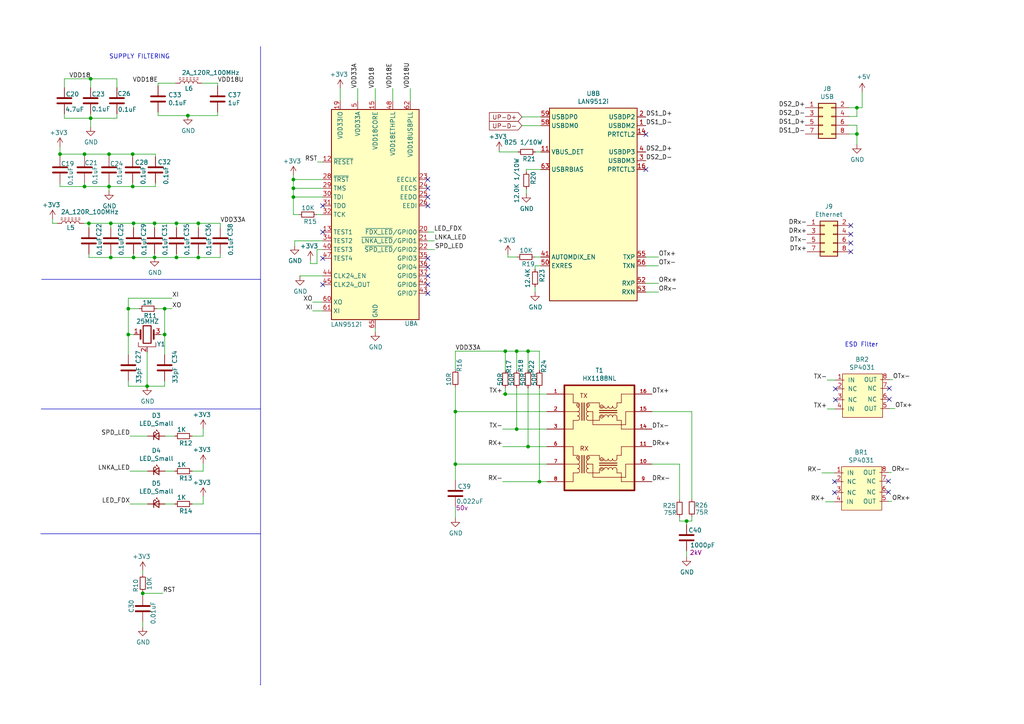
<source format=kicad_sch>
(kicad_sch (version 20230121) (generator eeschema)
  (paper "A4")
  (junction (at 44.831 74.676))
  (junction (at 85.09 54.61))
  (junction (at 24.511 54.102))
  (junction (at 26.289 34.29))
  (junction (at 47.752 89.535))
  (junction (at 38.481 44.704))
  (junction (at 17.399 44.704))
  (junction (at 47.752 97.028))
  (junction (at 132.08 134.62))
  (junction (at 153.162 129.54))
  (junction (at 31.623 54.102))
  (junction (at 37.211 89.535))
  (junction (at 38.481 54.102))
  (junction (at 199.136 151.13))
  (junction (at 32.131 74.676))
  (junction (at 85.09 57.15))
  (junction (at 54.483 33.528))
  (junction (at 51.181 64.77))
  (junction (at 31.623 44.704))
  (junction (at 146.558 114.3))
  (junction (at 57.531 74.676))
  (junction (at 25.781 64.77))
  (junction (at 149.86 101.854))
  (junction (at 248.539 38.862))
  (junction (at 146.558 101.854))
  (junction (at 51.181 74.676))
  (junction (at 44.831 64.77))
  (junction (at 41.402 172.085))
  (junction (at 156.464 139.7))
  (junction (at 38.735 64.77))
  (junction (at 153.162 101.854))
  (junction (at 24.511 44.704))
  (junction (at 132.08 119.38))
  (junction (at 42.672 112.014))
  (junction (at 85.09 52.07))
  (junction (at 149.86 124.46))
  (junction (at 38.735 74.676))
  (junction (at 57.531 64.77))
  (junction (at 37.211 97.028))
  (junction (at 248.539 31.242))
  (junction (at 26.289 22.86))
  (junction (at 32.131 64.77))
  (no_connect (at 257.937 115.824))
  (no_connect (at 93.599 74.93))
  (no_connect (at 124.079 82.55))
  (no_connect (at 246.761 70.485))
  (no_connect (at 124.079 52.07))
  (no_connect (at 242.062 142.875))
  (no_connect (at 93.599 59.69))
  (no_connect (at 124.079 77.47))
  (no_connect (at 257.683 142.748))
  (no_connect (at 93.599 82.55))
  (no_connect (at 124.079 74.93))
  (no_connect (at 124.079 59.69))
  (no_connect (at 187.325 49.149))
  (no_connect (at 124.079 80.01))
  (no_connect (at 257.937 112.649))
  (no_connect (at 242.062 139.7))
  (no_connect (at 242.316 115.951))
  (no_connect (at 187.325 38.989))
  (no_connect (at 246.761 65.405))
  (no_connect (at 124.079 54.61))
  (no_connect (at 246.761 73.025))
  (no_connect (at 242.316 112.776))
  (no_connect (at 124.079 57.15))
  (no_connect (at 246.761 67.945))
  (no_connect (at 124.079 85.09))
  (no_connect (at 257.683 139.573))
  (no_connect (at 93.599 67.31))
  (wire (pts (xy 45.847 24.13) (xy 45.847 24.892)))
  (wire (pts (xy 38.735 66.04) (xy 38.735 64.77)))
  (wire (pts (xy 156.845 74.549) (xy 155.067 74.549)))
  (wire (pts (xy 31.623 55.372) (xy 31.623 54.102)))
  (wire (pts (xy 103.759 25.654) (xy 103.759 29.21)))
  (wire (pts (xy 50.673 136.652) (xy 47.879 136.652)))
  (wire (pts (xy 63.881 74.676) (xy 63.881 73.66)))
  (wire (pts (xy 191.008 74.549) (xy 187.325 74.549)))
  (wire (pts (xy 90.043 76.454) (xy 91.948 76.454)))
  (wire (pts (xy 146.558 112.522) (xy 146.558 114.3)))
  (wire (pts (xy 155.194 77.089) (xy 155.194 78.105)))
  (wire (pts (xy 248.539 36.322) (xy 246.253 36.322)))
  (wire (pts (xy 239.903 110.236) (xy 242.316 110.236)))
  (wire (pts (xy 47.244 172.085) (xy 41.402 172.085)))
  (wire (pts (xy 54.483 33.528) (xy 63.119 33.528)))
  (wire (pts (xy 248.539 38.862) (xy 248.539 36.322)))
  (wire (pts (xy 51.181 74.676) (xy 57.531 74.676)))
  (wire (pts (xy 18.669 22.86) (xy 26.289 22.86)))
  (wire (pts (xy 50.673 146.177) (xy 47.879 146.177)))
  (wire (pts (xy 32.131 74.676) (xy 38.735 74.676)))
  (wire (pts (xy 149.987 74.549) (xy 147.32 74.549)))
  (wire (pts (xy 58.928 134.493) (xy 58.928 136.652)))
  (wire (pts (xy 51.181 64.77) (xy 57.531 64.77)))
  (wire (pts (xy 239.395 145.542) (xy 241.935 145.542)))
  (wire (pts (xy 15.24 63.5) (xy 15.24 64.77)))
  (wire (pts (xy 149.86 107.442) (xy 149.86 101.854)))
  (wire (pts (xy 47.752 97.028) (xy 47.752 89.535)))
  (wire (pts (xy 38.735 74.676) (xy 44.831 74.676)))
  (wire (pts (xy 200.66 119.38) (xy 200.66 144.78)))
  (wire (pts (xy 31.623 44.704) (xy 31.623 45.466)))
  (wire (pts (xy 32.131 73.66) (xy 32.131 74.676)))
  (wire (pts (xy 246.253 33.782) (xy 248.539 33.782)))
  (wire (pts (xy 145.796 114.3) (xy 146.558 114.3)))
  (wire (pts (xy 63.881 64.77) (xy 63.881 66.04)))
  (wire (pts (xy 113.919 29.21) (xy 113.919 25.654)))
  (wire (pts (xy 145.796 139.7) (xy 156.464 139.7)))
  (wire (pts (xy 91.821 62.23) (xy 93.599 62.23)))
  (wire (pts (xy 38.735 73.66) (xy 38.735 74.676)))
  (wire (pts (xy 37.211 86.487) (xy 37.211 89.535)))
  (wire (pts (xy 26.289 22.86) (xy 33.909 22.86)))
  (wire (pts (xy 41.402 165.481) (xy 41.402 166.624)))
  (wire (pts (xy 92.075 46.99) (xy 93.599 46.99)))
  (wire (pts (xy 156.845 44.069) (xy 155.321 44.069)))
  (wire (pts (xy 118.999 29.21) (xy 118.999 25.654)))
  (wire (pts (xy 153.162 101.854) (xy 156.464 101.854)))
  (wire (pts (xy 155.194 84.709) (xy 155.194 83.185)))
  (wire (pts (xy 57.531 66.04) (xy 57.531 64.77)))
  (wire (pts (xy 44.831 73.66) (xy 44.831 74.676)))
  (wire (pts (xy 37.211 112.014) (xy 37.211 110.49)))
  (wire (pts (xy 44.831 74.676) (xy 51.181 74.676)))
  (wire (pts (xy 85.09 57.15) (xy 85.09 54.61)))
  (wire (pts (xy 93.599 87.63) (xy 90.678 87.63)))
  (wire (pts (xy 200.66 151.13) (xy 200.66 149.86)))
  (wire (pts (xy 26.289 34.29) (xy 26.289 33.02)))
  (wire (pts (xy 153.162 107.442) (xy 153.162 101.854)))
  (wire (pts (xy 17.399 54.102) (xy 24.511 54.102)))
  (wire (pts (xy 31.623 44.704) (xy 38.481 44.704)))
  (wire (pts (xy 125.857 67.31) (xy 124.079 67.31)))
  (wire (pts (xy 38.481 44.704) (xy 45.085 44.704)))
  (wire (pts (xy 191.008 77.089) (xy 187.325 77.089)))
  (wire (pts (xy 24.511 45.466) (xy 24.511 44.704)))
  (wire (pts (xy 44.831 64.77) (xy 51.181 64.77)))
  (wire (pts (xy 33.909 34.29) (xy 33.909 33.02)))
  (wire (pts (xy 31.623 54.102) (xy 38.481 54.102)))
  (wire (pts (xy 124.079 69.85) (xy 125.984 69.85)))
  (wire (pts (xy 18.669 33.02) (xy 18.669 34.29)))
  (wire (pts (xy 146.558 114.3) (xy 158.623 114.3)))
  (wire (pts (xy 63.119 24.13) (xy 63.119 24.892)))
  (wire (pts (xy 58.928 124.333) (xy 58.928 126.492)))
  (wire (pts (xy 42.799 146.177) (xy 37.719 146.177)))
  (wire (pts (xy 45.085 54.102) (xy 45.085 53.086)))
  (wire (pts (xy 57.531 73.66) (xy 57.531 74.676)))
  (wire (pts (xy 108.839 29.21) (xy 108.839 25.654)))
  (wire (pts (xy 31.623 53.086) (xy 31.623 54.102)))
  (wire (pts (xy 18.669 25.4) (xy 18.669 22.86)))
  (wire (pts (xy 93.599 90.17) (xy 90.678 90.17)))
  (wire (pts (xy 41.402 171.704) (xy 41.402 172.085)))
  (wire (pts (xy 152.654 49.149) (xy 156.845 49.149)))
  (wire (pts (xy 199.136 151.13) (xy 197.104 151.13)))
  (wire (pts (xy 58.928 126.492) (xy 55.753 126.492)))
  (wire (pts (xy 199.136 151.13) (xy 200.66 151.13)))
  (polyline (pts (xy 75.565 118.618) (xy 11.938 118.618)))
  (wire (pts (xy 158.623 124.46) (xy 149.86 124.46)))
  (wire (pts (xy 90.043 75.438) (xy 90.043 76.454)))
  (wire (pts (xy 32.131 64.77) (xy 38.735 64.77)))
  (wire (pts (xy 26.289 34.29) (xy 33.909 34.29)))
  (wire (pts (xy 93.599 69.85) (xy 85.471 69.85)))
  (wire (pts (xy 147.32 74.549) (xy 147.32 73.787)))
  (wire (pts (xy 25.781 74.676) (xy 25.781 73.66)))
  (wire (pts (xy 191.008 84.709) (xy 187.325 84.709)))
  (wire (pts (xy 42.672 102.108) (xy 42.672 112.014)))
  (wire (pts (xy 85.471 69.85) (xy 85.471 71.247)))
  (wire (pts (xy 250.063 31.242) (xy 248.539 31.242)))
  (wire (pts (xy 132.08 119.38) (xy 132.08 134.62)))
  (wire (pts (xy 98.679 29.21) (xy 98.679 25.654)))
  (wire (pts (xy 47.752 89.535) (xy 49.911 89.535)))
  (wire (pts (xy 57.531 64.77) (xy 63.881 64.77)))
  (wire (pts (xy 42.672 112.014) (xy 37.211 112.014)))
  (wire (pts (xy 38.481 54.102) (xy 45.085 54.102)))
  (wire (pts (xy 156.464 139.7) (xy 158.623 139.7)))
  (wire (pts (xy 85.09 62.23) (xy 85.09 57.15)))
  (wire (pts (xy 58.928 144.018) (xy 58.928 146.177)))
  (wire (pts (xy 152.654 49.784) (xy 152.654 49.149)))
  (wire (pts (xy 86.741 62.23) (xy 85.09 62.23)))
  (polyline (pts (xy 75.565 198.628) (xy 75.438 198.628)))
  (wire (pts (xy 18.669 34.29) (xy 26.289 34.29)))
  (wire (pts (xy 197.104 151.13) (xy 197.104 149.987)))
  (wire (pts (xy 144.78 43.688) (xy 144.78 44.069)))
  (wire (pts (xy 24.511 54.102) (xy 31.623 54.102)))
  (wire (pts (xy 51.181 73.66) (xy 51.181 74.676)))
  (wire (pts (xy 41.402 172.085) (xy 41.402 172.72)))
  (wire (pts (xy 149.86 124.46) (xy 145.796 124.46)))
  (wire (pts (xy 199.136 161.544) (xy 199.136 159.766)))
  (wire (pts (xy 26.289 25.4) (xy 26.289 22.86)))
  (wire (pts (xy 257.937 110.109) (xy 258.953 110.109)))
  (wire (pts (xy 93.599 57.15) (xy 85.09 57.15)))
  (wire (pts (xy 63.119 33.528) (xy 63.119 32.512)))
  (wire (pts (xy 145.796 129.54) (xy 153.162 129.54)))
  (wire (pts (xy 153.162 129.54) (xy 158.623 129.54)))
  (wire (pts (xy 25.781 74.676) (xy 32.131 74.676)))
  (polyline (pts (xy 75.565 154.813) (xy 11.811 154.813)))
  (wire (pts (xy 57.531 74.676) (xy 63.881 74.676)))
  (wire (pts (xy 38.735 64.77) (xy 44.831 64.77)))
  (wire (pts (xy 50.673 126.492) (xy 47.879 126.492)))
  (wire (pts (xy 197.104 144.907) (xy 197.104 134.62)))
  (wire (pts (xy 24.257 64.77) (xy 25.781 64.77)))
  (wire (pts (xy 239.903 118.618) (xy 242.189 118.618)))
  (wire (pts (xy 238.379 137.16) (xy 242.062 137.16)))
  (wire (pts (xy 24.511 53.086) (xy 24.511 54.102)))
  (wire (pts (xy 25.781 64.77) (xy 32.131 64.77)))
  (wire (pts (xy 149.86 101.854) (xy 153.162 101.854)))
  (wire (pts (xy 33.909 22.86) (xy 33.909 25.4)))
  (polyline (pts (xy 75.565 81.026) (xy 12.065 81.026)))
  (wire (pts (xy 45.847 32.512) (xy 45.847 33.528)))
  (wire (pts (xy 146.558 107.442) (xy 146.558 101.854)))
  (wire (pts (xy 132.08 112.268) (xy 132.08 119.38)))
  (wire (pts (xy 17.399 44.704) (xy 24.511 44.704)))
  (wire (pts (xy 151.384 36.449) (xy 156.845 36.449)))
  (wire (pts (xy 32.131 66.04) (xy 32.131 64.77)))
  (wire (pts (xy 124.079 72.39) (xy 126.111 72.39)))
  (wire (pts (xy 15.24 64.77) (xy 16.637 64.77)))
  (wire (pts (xy 199.136 152.146) (xy 199.136 151.13)))
  (wire (pts (xy 38.481 53.086) (xy 38.481 54.102)))
  (wire (pts (xy 42.799 136.652) (xy 37.719 136.652)))
  (wire (pts (xy 93.599 80.01) (xy 86.995 80.01)))
  (polyline (pts (xy 75.565 13.462) (xy 75.565 118.618)))
  (wire (pts (xy 47.752 97.028) (xy 47.752 102.87)))
  (wire (pts (xy 156.464 101.854) (xy 156.464 107.442)))
  (wire (pts (xy 156.845 77.089) (xy 155.194 77.089)))
  (wire (pts (xy 38.862 97.028) (xy 37.211 97.028)))
  (wire (pts (xy 132.08 107.188) (xy 132.08 101.854)))
  (wire (pts (xy 146.558 101.854) (xy 149.86 101.854)))
  (wire (pts (xy 40.386 89.535) (xy 37.211 89.535)))
  (wire (pts (xy 47.752 112.014) (xy 42.672 112.014)))
  (wire (pts (xy 58.928 136.652) (xy 55.753 136.652)))
  (wire (pts (xy 257.937 118.491) (xy 259.588 118.491)))
  (wire (pts (xy 58.547 24.13) (xy 63.119 24.13)))
  (wire (pts (xy 257.683 137.033) (xy 258.572 137.033)))
  (wire (pts (xy 85.09 52.07) (xy 93.599 52.07)))
  (wire (pts (xy 152.654 56.134) (xy 152.654 54.864)))
  (wire (pts (xy 158.623 134.62) (xy 132.08 134.62)))
  (wire (pts (xy 37.211 97.028) (xy 37.211 102.87)))
  (wire (pts (xy 51.181 66.04) (xy 51.181 64.77)))
  (wire (pts (xy 85.09 52.07) (xy 85.09 50.8)))
  (wire (pts (xy 93.599 54.61) (xy 85.09 54.61)))
  (wire (pts (xy 257.683 145.415) (xy 258.699 145.415)))
  (wire (pts (xy 197.104 134.62) (xy 189.103 134.62)))
  (wire (pts (xy 24.511 44.704) (xy 31.623 44.704)))
  (wire (pts (xy 132.08 134.62) (xy 132.08 139.319)))
  (wire (pts (xy 26.289 36.83) (xy 26.289 34.29)))
  (wire (pts (xy 158.623 119.38) (xy 132.08 119.38)))
  (wire (pts (xy 85.09 54.61) (xy 85.09 52.07)))
  (wire (pts (xy 91.948 72.39) (xy 93.599 72.39)))
  (wire (pts (xy 17.399 53.086) (xy 17.399 54.102)))
  (wire (pts (xy 189.103 119.38) (xy 200.66 119.38)))
  (wire (pts (xy 45.847 33.528) (xy 54.483 33.528)))
  (wire (pts (xy 50.927 24.13) (xy 45.847 24.13)))
  (wire (pts (xy 191.008 82.169) (xy 187.325 82.169)))
  (wire (pts (xy 25.781 64.77) (xy 25.781 66.04)))
  (wire (pts (xy 248.539 38.862) (xy 246.253 38.862)))
  (wire (pts (xy 132.08 101.854) (xy 146.558 101.854)))
  (wire (pts (xy 86.995 80.01) (xy 86.995 80.137)))
  (wire (pts (xy 42.799 126.492) (xy 37.719 126.492)))
  (wire (pts (xy 151.384 33.909) (xy 156.845 33.909)))
  (wire (pts (xy 149.86 112.522) (xy 149.86 124.46)))
  (wire (pts (xy 250.063 26.67) (xy 250.063 31.242)))
  (wire (pts (xy 17.399 44.704) (xy 17.399 45.466)))
  (wire (pts (xy 248.539 33.782) (xy 248.539 31.242)))
  (wire (pts (xy 37.211 89.535) (xy 37.211 97.028)))
  (wire (pts (xy 45.085 44.704) (xy 45.085 45.466)))
  (wire (pts (xy 144.78 44.069) (xy 150.241 44.069)))
  (wire (pts (xy 45.466 89.535) (xy 47.752 89.535)))
  (wire (pts (xy 44.831 66.04) (xy 44.831 64.77)))
  (wire (pts (xy 17.399 42.545) (xy 17.399 44.704)))
  (wire (pts (xy 153.162 112.522) (xy 153.162 129.54)))
  (wire (pts (xy 46.482 97.028) (xy 47.752 97.028)))
  (wire (pts (xy 38.481 45.466) (xy 38.481 44.704)))
  (wire (pts (xy 132.08 150.241) (xy 132.08 146.939)))
  (wire (pts (xy 108.839 95.25) (xy 108.839 96.266)))
  (wire (pts (xy 91.948 76.454) (xy 91.948 72.39)))
  (wire (pts (xy 156.464 112.522) (xy 156.464 139.7)))
  (wire (pts (xy 47.752 110.49) (xy 47.752 112.014)))
  (wire (pts (xy 248.539 41.91) (xy 248.539 38.862)))
  (polyline (pts (xy 75.565 118.745) (xy 75.565 198.628)))
  (wire (pts (xy 248.539 31.242) (xy 246.253 31.242)))
  (wire (pts (xy 37.211 86.487) (xy 49.911 86.487)))
  (wire (pts (xy 41.402 180.34) (xy 41.402 181.864)))
  (wire (pts (xy 58.928 146.177) (xy 55.753 146.177)))
  (text "ESD Filter \n" (at 244.983 100.838 0) (effects (font (size 1.27 1.27)) (justify left bottom)))
  (text "SUPPLY FILTERING" (at 31.623 17.272 0) (effects (font (size 1.27 1.27)) (justify left bottom)))
  (label "XI" (at 90.678 90.17 180))
  (label "RX+" (at 239.395 145.542 180))
  (label "VDD18E" (at 45.847 24.13 180))
  (label "RST" (at 92.075 46.99 180))
  (label "LED_FDX" (at 37.719 146.177 180))
  (label "VDD33A" (at 63.881 64.77 0))
  (label "DTx+" (at 234.061 73.025 180))
  (label "OTx-" (at 191.008 77.089 0))
  (label "TX+" (at 145.796 114.3 180))
  (label "DS1_D+" (at 233.553 36.322 180))
  (label "VDD18E" (at 113.919 25.654 90))
  (label "XO" (at 90.678 87.63 180))
  (label "DRx+" (at 234.061 67.945 180))
  (label "VDD18" (at 108.839 25.654 90))
  (label "ORx-" (at 258.572 137.033 0))
  (label "TX-" (at 145.796 124.46 180))
  (label "XI" (at 49.911 86.487 0))
  (label "SPD_LED" (at 126.111 72.39 0))
  (label "OTx+" (at 259.588 118.491 0))
  (label "DTx-" (at 189.103 124.46 0))
  (label "VDD18U" (at 63.119 24.13 0))
  (label "DS1_D+" (at 187.325 33.909 0))
  (label "XO" (at 49.911 89.535 0))
  (label "ORx-" (at 191.008 84.709 0))
  (label "VDD18" (at 26.289 22.86 180))
  (label "VDD33A" (at 103.759 25.654 90))
  (label "DS1_D-" (at 187.325 36.449 0))
  (label "ORx+" (at 191.008 82.169 0))
  (label "RST" (at 47.244 172.085 0))
  (label "DRx-" (at 234.061 65.405 180))
  (label "DRx-" (at 189.103 139.7 0))
  (label "SPD_LED" (at 37.719 126.492 180))
  (label "DTx+" (at 189.103 114.3 0))
  (label "RX-" (at 145.796 139.7 180))
  (label "DTx-" (at 234.061 70.485 180))
  (label "RX-" (at 238.379 137.16 180))
  (label "DS2_D+" (at 187.325 44.069 0))
  (label "TX+" (at 239.903 118.618 180))
  (label "VDD18U" (at 118.999 25.654 90))
  (label "ORx+" (at 258.699 145.415 0))
  (label "DRx+" (at 189.103 129.54 0))
  (label "RX+" (at 145.796 129.54 180))
  (label "VDD33A" (at 132.08 101.854 0))
  (label "OTx+" (at 191.008 74.549 0))
  (label "DS2_D-" (at 187.325 46.609 0))
  (label "DS1_D-" (at 233.553 38.862 180))
  (label "TX-" (at 239.903 110.236 180))
  (label "DS2_D+" (at 233.553 31.242 180))
  (label "LNKA_LED" (at 37.719 136.652 180))
  (label "LED_FDX" (at 125.857 67.31 0))
  (label "OTx-" (at 258.953 110.109 0))
  (label "LNKA_LED" (at 125.984 69.85 0))
  (label "DS2_D-" (at 233.553 33.782 180))
  (global_label "UP-D-" (shape input) (at 151.384 36.449 180) (property "Intersheetrefs" "${INTERSHEET_REFS}" (effects hide)))
  (global_label "UP-D+" (shape input) (at 151.384 33.909 180) (property "Intersheetrefs" "${INTERSHEET_REFS}" (effects hide)))
  (symbol (lib_id "RPI-Carrier-rescue:GND-power") (at 132.08 150.241 0) (unit 1)
    (property "Reference" "#PWR080" (effects hide))
    (property "Value" "GND" (at 132.207 154.6352 0))
    (instances (project "Yavia_Carrier" (path "" (reference "#PWR080") (unit 1))) (project "RPI-Carrier" (path "" (reference "#PWR062") (unit 1))))
  )
  (symbol (lib_id "RPI-Carrier-rescue:C-Device") (at 18.669 29.21 0) (unit 1)
    (property "Reference" "C20" (at 19.05 27.305 0) (effects (justify left)))
    (property "Value" "4.7uF" (at 18.923 31.75 0) (effects (justify left)))
    (property "Footprint" "Capacitor_SMD:C_0603_1608Metric_Pad1.05x0.95mm_HandSolder" (effects hide))
    (property "manf#" "CM105X5R475M10AT" (effects hide))
    (property "LCSC#" "C1705" (effects hide))
    (property "Store" "LCSC" (effects hide))
    (instances (project "Yavia_Carrier" (path "" (reference "C20") (unit 1))) (project "RPI-Carrier" (path "" (reference "C4") (unit 1))))
  )
  (symbol (lib_id "RPI-Carrier-rescue:C-Device") (at 45.085 49.276 0) (unit 1)
    (property "Reference" "C32" (at 45.72 46.99 0) (effects (justify left)))
    (property "Value" "0.1uF" (at 48.133 53.594 90) (effects (justify left)))
    (property "Footprint" "Capacitor_SMD:C_0603_1608Metric_Pad1.05x0.95mm_HandSolder" (effects hide))
    (property "manf#" "CC0603MRX6S5BB226" (effects hide))
    (property "LCSC#" "C66501" (effects hide))
    (property "Store" "LCSC" (effects hide))
    (instances (project "Yavia_Carrier" (path "" (reference "C32") (unit 1))) (project "RPI-Carrier" (path "" (reference "C26") (unit 1))))
  )
  (symbol (lib_id "RPI-Carrier-rescue:GND-power") (at 26.289 36.83 0) (unit 1)
    (property "Reference" "#PWR064" (effects hide))
    (property "Value" "GND" (at 26.416 41.2242 0))
    (instances (project "Yavia_Carrier" (path "" (reference "#PWR064") (unit 1))) (project "RPI-Carrier" (path "" (reference "#PWR023") (unit 1))))
  )
  (symbol (lib_id "RPI-Carrier-rescue:R_Small-Device") (at 53.213 146.177 270) (unit 1)
    (property "Reference" "R14" (at 51.943 148.209 90) (effects (justify left)))
    (property "Value" "1K" (at 51.308 144.272 90) (effects (justify left)))
    (property "Footprint" "Resistor_SMD:R_0603_1608Metric_Pad1.05x0.95mm_HandSolder" (effects hide))
    (property "manf#" "CRCW06031K00FKEAC" (effects hide))
    (property "LCSC#" "C384295" (effects hide))
    (property "Store" "LCSC" (effects hide))
    (instances (project "Yavia_Carrier" (path "" (reference "R14") (unit 1))) (project "RPI-Carrier" (path "" (reference "R12") (unit 1))))
  )
  (symbol (lib_id "RPI-Carrier-rescue:C-Device") (at 199.136 155.956 0) (unit 1)
    (property "Reference" "C40" (at 199.644 153.797 0) (effects (justify left)))
    (property "Value" "1000pF" (at 200.152 158.115 0) (effects (justify left)))
    (property "Footprint" "Capacitor_SMD:C_1206_3216Metric" (effects hide))
    (property "Volt" "2kV" (at 201.803 160.274 0))
    (property "manf#" "VJ1206Y102MXFAT4X" (effects hide))
    (property "LCSC#" "C9196" (effects hide))
    (property "Store" "LCSC" (effects hide))
    (instances (project "Yavia_Carrier" (path "" (reference "C40") (unit 1))) (project "RPI-Carrier" (path "" (reference "C37") (unit 1))))
  )
  (symbol (lib_id "ESD_Mobile_lite-rescue:SP4031-electroniccats") (at 249.809 133.985 0) (unit 1)
    (property "Reference" "BR1" (at 249.809 131.191 0))
    (property "Value" "SP4031" (at 249.809 133.5024 0))
    (property "Footprint" "Package_SO:SOIC-8_3.9x4.9mm_P1.27mm" (effects hide))
    (property "Datasheet" "https://www.mouser.mx/datasheet/2/240/littelfuse_tvs_diode_array_SP4031_Datasheet.pdf-1500497.pdf" (effects hide))
    (property "Mouser#" "576-SP4031-02BTG" (effects hide))
    (property "manf#" "SP4031-02BTG" (effects hide))
  )
  (symbol (lib_id "RPI-Carrier-rescue:Conn_02x04_Odd_Even-Connector_Generic") (at 238.633 33.782 0) (unit 1)
    (property "Reference" "J8" (at 239.903 25.7302 0))
    (property "Value" "USB" (at 239.903 28.0416 0))
    (property "Footprint" "RPi-Carrier:DF11-8DP-2DSA(08)" (effects hide))
    (property "manf#" "DF11-8DP-2DSA(08)" (effects hide))
    (property "LCSC#" "C530997" (effects hide))
    (property "Store" "LCSC" (effects hide))
    (instances (project "Yavia_Carrier" (path "" (reference "J8") (unit 1))) (project "RPI-Carrier" (path "" (reference "J5") (unit 1))))
  )
  (symbol (lib_id "RPI-Carrier-rescue:GND-power") (at 41.402 181.864 0) (unit 1)
    (property "Reference" "#PWR067" (effects hide))
    (property "Value" "GND" (at 41.529 186.2582 0))
    (instances (project "Yavia_Carrier" (path "" (reference "#PWR067") (unit 1))) (project "RPI-Carrier" (path "" (reference "#PWR026") (unit 1))))
  )
  (symbol (lib_id "RPI-Carrier-rescue:C-Device") (at 25.781 69.85 0) (unit 1)
    (property "Reference" "C22" (at 28.702 68.6816 90) (effects (justify left)))
    (property "Value" "0.1uF" (at 28.829 74.168 90) (effects (justify left)))
    (property "Footprint" "Capacitor_SMD:C_0603_1608Metric_Pad1.05x0.95mm_HandSolder" (effects hide))
    (property "manf#" "CC0603MRX6S5BB226" (effects hide))
    (property "LCSC#" "C66501" (effects hide))
    (property "Store" "LCSC" (effects hide))
    (instances (project "Yavia_Carrier" (path "" (reference "C22") (unit 1))) (project "RPI-Carrier" (path "" (reference "C6") (unit 1))))
  )
  (symbol (lib_id "RPI-Carrier-rescue:GND-power") (at 31.623 55.372 0) (unit 1)
    (property "Reference" "#PWR065" (effects hide))
    (property "Value" "GND" (at 31.75 59.7662 0))
    (instances (project "Yavia_Carrier" (path "" (reference "#PWR065") (unit 1))) (project "RPI-Carrier" (path "" (reference "#PWR024") (unit 1))))
  )
  (symbol (lib_id "RPI-Carrier-rescue:C-Device") (at 41.402 176.53 0) (unit 1)
    (property "Reference" "C30" (at 38.1 177.8 90) (effects (justify left)))
    (property "Value" "0.01uF" (at 44.45 181.102 90) (effects (justify left)))
    (property "Footprint" "Capacitor_SMD:C_0603_1608Metric_Pad1.05x0.95mm_HandSolder" (effects hide))
    (property "manf#" "AC0603KPX7R9BB103" (effects hide))
    (property "LCSC#" "C57112" (effects hide))
    (property "Store" "LCSC" (effects hide))
    (instances (project "Yavia_Carrier" (path "" (reference "C30") (unit 1))) (project "RPI-Carrier" (path "" (reference "C21") (unit 1))))
  )
  (symbol (lib_id "RPI-Carrier-rescue:LED_Small-Device") (at 45.339 126.492 0) (unit 1)
    (property "Reference" "D3" (at 45.339 120.523 0))
    (property "Value" "LED_Small" (at 45.339 122.8344 0))
    (property "Footprint" "LED_SMD:LED_0603_1608Metric_Pad1.05x0.95mm_HandSolder" (effects hide))
    (property "manf#" "150060AS75000" (effects hide))
    (property "LCSC#" "C375573" (effects hide))
    (property "Store" "LCSC" (effects hide))
    (instances (project "Yavia_Carrier" (path "" (reference "D3") (unit 1))) (project "RPI-Carrier" (path "" (reference "D1") (unit 1))))
  )
  (symbol (lib_id "RPI-Carrier-rescue:GND-power") (at 155.194 84.709 0) (unit 1)
    (property "Reference" "#PWR084" (effects hide))
    (property "Value" "GND" (at 155.321 89.1032 0))
    (instances (project "Yavia_Carrier" (path "" (reference "#PWR084") (unit 1))) (project "RPI-Carrier" (path "" (reference "#PWR041") (unit 1))))
  )
  (symbol (lib_id "RPI-Carrier-rescue:+3V3-power") (at 58.928 134.493 0) (unit 1)
    (property "Reference" "#PWR072" (effects hide))
    (property "Value" "+3V3" (at 58.547 130.429 0))
    (instances (project "Yavia_Carrier" (path "" (reference "#PWR072") (unit 1))) (project "RPI-Carrier" (path "" (reference "#PWR031") (unit 1))))
  )
  (symbol (lib_id "RPI-Carrier-rescue:C-Device") (at 47.752 106.68 0) (unit 1)
    (property "Reference" "C34" (at 50.673 105.5116 90) (effects (justify left)))
    (property "Value" "33pF" (at 50.8 111.252 90) (effects (justify left)))
    (property "Footprint" "Capacitor_SMD:C_0603_1608Metric_Pad1.05x0.95mm_HandSolder" (effects hide))
    (property "manf#" "C0603C330M5HACTU" (effects hide))
    (property "LCSC#" "C107047" (effects hide))
    (property "Store" "LCSC" (effects hide))
    (instances (project "Yavia_Carrier" (path "" (reference "C34") (unit 1))) (project "RPI-Carrier" (path "" (reference "C28") (unit 1))))
  )
  (symbol (lib_id "RPI-Carrier-rescue:+3V3-power") (at 90.043 75.438 0) (unit 1)
    (property "Reference" "#PWR077" (effects hide))
    (property "Value" "+3V3" (at 89.662 71.374 0))
    (instances (project "Yavia_Carrier" (path "" (reference "#PWR077") (unit 1))) (project "RPI-Carrier" (path "" (reference "#PWR036") (unit 1))))
  )
  (symbol (lib_id "RPI-Carrier-rescue:+3V3-power") (at 147.32 73.787 0) (unit 1)
    (property "Reference" "#PWR082" (effects hide))
    (property "Value" "+3V3" (at 146.939 69.723 0))
    (instances (project "Yavia_Carrier" (path "" (reference "#PWR082") (unit 1))) (project "RPI-Carrier" (path "" (reference "#PWR038") (unit 1))))
  )
  (symbol (lib_id "RPI-Carrier-rescue:GND-power") (at 44.831 74.676 0) (unit 1)
    (property "Reference" "#PWR069" (effects hide))
    (property "Value" "GND" (at 44.958 79.0702 0))
    (instances (project "Yavia_Carrier" (path "" (reference "#PWR069") (unit 1))) (project "RPI-Carrier" (path "" (reference "#PWR028") (unit 1))))
  )
  (symbol (lib_id "RPI-Carrier-rescue:C-Device") (at 37.211 106.68 0) (unit 1)
    (property "Reference" "C27" (at 40.132 105.5116 90) (effects (justify left)))
    (property "Value" "33pF" (at 40.259 111.252 90) (effects (justify left)))
    (property "Footprint" "Capacitor_SMD:C_0603_1608Metric_Pad1.05x0.95mm_HandSolder" (effects hide))
    (property "manf#" "C0603C330M5HACTU" (effects hide))
    (property "LCSC#" "C107047" (effects hide))
    (property "Store" "LCSC" (effects hide))
    (instances (project "Yavia_Carrier" (path "" (reference "C27") (unit 1))) (project "RPI-Carrier" (path "" (reference "C13") (unit 1))))
  )
  (symbol (lib_id "RPI-Carrier-rescue:Conn_02x04_Odd_Even-Connector_Generic") (at 239.141 67.945 0) (unit 1)
    (property "Reference" "J9" (at 240.411 59.8932 0))
    (property "Value" "Ethernet" (at 240.411 62.2046 0))
    (property "Footprint" "RPi-Carrier:DF11-8DP-2DSA(08)" (effects hide))
    (property "manf#" "DF11-8DP-2DSA(08)" (effects hide))
    (property "LCSC#" "C530997" (effects hide))
    (property "Store" "LCSC" (effects hide))
    (instances (project "Yavia_Carrier" (path "" (reference "J9") (unit 1))) (project "RPI-Carrier" (path "" (reference "J6") (unit 1))))
  )
  (symbol (lib_id "RPI-Carrier-rescue:+3V3-power") (at 85.09 50.8 0) (unit 1)
    (property "Reference" "#PWR074" (effects hide))
    (property "Value" "+3V3" (at 84.709 46.736 0))
    (instances (project "Yavia_Carrier" (path "" (reference "#PWR074") (unit 1))) (project "RPI-Carrier" (path "" (reference "#PWR033") (unit 1))))
  )
  (symbol (lib_id "RPI-Carrier-rescue:+3V3-power") (at 41.402 165.481 0) (unit 1)
    (property "Reference" "#PWR066" (effects hide))
    (property "Value" "+3V3" (at 41.021 161.417 0))
    (instances (project "Yavia_Carrier" (path "" (reference "#PWR066") (unit 1))) (project "RPI-Carrier" (path "" (reference "#PWR025") (unit 1))))
  )
  (symbol (lib_id "RPI-Carrier-rescue:R_Small-Device") (at 197.104 147.447 180) (unit 1)
    (property "Reference" "R25" (at 196.088 146.685 0) (effects (justify left)))
    (property "Value" "75R" (at 196.342 148.717 0) (effects (justify left)))
    (property "Footprint" "Resistor_SMD:R_0603_1608Metric_Pad1.05x0.95mm_HandSolder" (effects hide))
    (property "manf#" "ERJ-UP3J750V" (effects hide))
    (property "LCSC#" "C25258" (effects hide))
    (property "Store" "LCSC" (effects hide))
    (instances (project "Yavia_Carrier" (path "" (reference "R25") (unit 1))) (project "RPI-Carrier" (path "" (reference "R28") (unit 1))))
  )
  (symbol (lib_id "RPI-Carrier-rescue:R_Small-Device") (at 152.527 74.549 270) (unit 1)
    (property "Reference" "R19" (at 151.257 76.581 90) (effects (justify left)))
    (property "Value" "10K" (at 150.622 72.644 90) (effects (justify left)))
    (property "Footprint" "Resistor_SMD:R_0603_1608Metric_Pad1.05x0.95mm_HandSolder" (effects hide))
    (property "manf#" "SFR03EZPF1002" (effects hide))
    (property "LCSC#" "C99198" (effects hide))
    (property "Store" "LCSC" (effects hide))
    (instances (project "Yavia_Carrier" (path "" (reference "R19") (unit 1))) (project "RPI-Carrier" (path "" (reference "R15") (unit 1))))
  )
  (symbol (lib_id "RPI-Carrier-rescue:C-Device") (at 26.289 29.21 0) (unit 1)
    (property "Reference" "C23" (at 26.543 27.305 0) (effects (justify left)))
    (property "Value" "0.1uF" (at 26.543 31.623 0) (effects (justify left)))
    (property "Footprint" "Capacitor_SMD:C_0603_1608Metric_Pad1.05x0.95mm_HandSolder" (effects hide))
    (property "manf#" "CC0603MRX6S5BB226" (effects hide))
    (property "LCSC#" "C66501" (effects hide))
    (property "Store" "LCSC" (effects hide))
    (instances (project "Yavia_Carrier" (path "" (reference "C23") (unit 1))) (project "RPI-Carrier" (path "" (reference "C7") (unit 1))))
  )
  (symbol (lib_id "RPI-Carrier-rescue:C-Device") (at 63.881 69.85 0) (unit 1)
    (property "Reference" "C38" (at 66.802 68.6816 90) (effects (justify left)))
    (property "Value" "0.1uF" (at 66.929 74.168 90) (effects (justify left)))
    (property "Footprint" "Capacitor_SMD:C_0603_1608Metric_Pad1.05x0.95mm_HandSolder" (effects hide))
    (property "manf#" "CC0603MRX6S5BB226" (effects hide))
    (property "LCSC#" "C66501" (effects hide))
    (property "Store" "LCSC" (effects hide))
    (instances (project "Yavia_Carrier" (path "" (reference "C38") (unit 1))) (project "RPI-Carrier" (path "" (reference "C32") (unit 1))))
  )
  (symbol (lib_id "RPI-Carrier-rescue:R_Small-Device") (at 153.162 109.982 180) (unit 1)
    (property "Reference" "R22" (at 154.178 104.394 90) (effects (justify left)))
    (property "Value" "50R" (at 151.638 108.077 90) (effects (justify left)))
    (property "Footprint" "Resistor_SMD:R_0603_1608Metric_Pad1.05x0.95mm_HandSolder" (effects hide))
    (property "manf#" "CRCW060349R9FKEAC" (effects hide))
    (property "LCSC#" "C2759402" (effects hide))
    (property "Store" "LCSC" (effects hide))
    (instances (project "Yavia_Carrier" (path "" (reference "R22") (unit 1))) (project "RPI-Carrier" (path "" (reference "R25") (unit 1))))
  )
  (symbol (lib_id "RPI-Carrier-rescue:R_Small-Device") (at 152.781 44.069 270) (unit 1)
    (property "Reference" "R21" (at 151.511 46.101 90) (effects (justify left)))
    (property "Value" "825 1/10W" (at 146.177 41.275 90) (effects (justify left)))
    (property "Footprint" "Resistor_SMD:R_0603_1608Metric_Pad1.05x0.95mm_HandSolder" (effects hide))
    (property "manf#" "PCF0603R-825RBT1" (effects hide))
    (property "LCSC#" "C50214" (effects hide))
    (property "Store" "LCSC" (effects hide))
    (instances (project "Yavia_Carrier" (path "" (reference "R21") (unit 1))) (project "RPI-Carrier" (path "" (reference "R17") (unit 1))))
  )
  (symbol (lib_id "RPI-Carrier-rescue:GND-power") (at 248.539 41.91 0) (unit 1)
    (property "Reference" "#PWR086" (effects hide))
    (property "Value" "GND" (at 248.666 46.3042 0))
    (instances (project "Yavia_Carrier" (path "" (reference "#PWR086") (unit 1))) (project "RPI-Carrier" (path "" (reference "#PWR0103") (unit 1))))
  )
  (symbol (lib_id "RPI-Carrier-rescue:L_Core_Ferrite-Device") (at 54.737 24.13 90) (unit 1)
    (property "Reference" "L6" (at 56.007 25.654 90) (effects (justify left)))
    (property "Value" "2A_120R_100MHz" (at 69.469 21.082 90) (effects (justify left)))
    (property "Footprint" "Inductor_SMD:L_0603_1608Metric_Pad1.05x0.95mm_HandSolder" (effects hide))
    (property "manf#" "BLM18PG121SN1D" (effects hide))
    (property "LCSC#" "C160983" (effects hide))
    (property "Store" "LCSC" (effects hide))
    (instances (project "Yavia_Carrier" (path "" (reference "L6") (unit 1))) (project "RPI-Carrier" (path "" (reference "L4") (unit 1))))
  )
  (symbol (lib_id "RPI-Carrier-rescue:R_Small-Device") (at 156.464 109.982 180) (unit 1)
    (property "Reference" "R24" (at 157.734 104.267 90) (effects (justify left)))
    (property "Value" "50R" (at 154.94 108.077 90) (effects (justify left)))
    (property "Footprint" "Resistor_SMD:R_0603_1608Metric_Pad1.05x0.95mm_HandSolder" (effects hide))
    (property "manf#" "CRCW060349R9FKEAC" (effects hide))
    (property "LCSC#" "C2759402" (effects hide))
    (property "Store" "LCSC" (effects hide))
    (instances (project "Yavia_Carrier" (path "" (reference "R24") (unit 1))) (project "RPI-Carrier" (path "" (reference "R26") (unit 1))))
  )
  (symbol (lib_id "RPI-Carrier-rescue:C-Device") (at 38.481 49.276 0) (unit 1)
    (property "Reference" "C28" (at 39.116 47.117 0) (effects (justify left)))
    (property "Value" "0.1uF" (at 41.529 53.594 90) (effects (justify left)))
    (property "Footprint" "Capacitor_SMD:C_0603_1608Metric_Pad1.05x0.95mm_HandSolder" (effects hide))
    (property "manf#" "CC0603MRX6S5BB226" (effects hide))
    (property "LCSC#" "C66501" (effects hide))
    (property "Store" "LCSC" (effects hide))
    (instances (project "Yavia_Carrier" (path "" (reference "C28") (unit 1))) (project "RPI-Carrier" (path "" (reference "C14") (unit 1))))
  )
  (symbol (lib_id "RPI-Carrier-rescue:C-Device") (at 31.623 49.276 0) (unit 1)
    (property "Reference" "C24" (at 31.877 47.498 0) (effects (justify left)))
    (property "Value" "0.1uF" (at 34.671 53.594 90) (effects (justify left)))
    (property "Footprint" "Capacitor_SMD:C_0603_1608Metric_Pad1.05x0.95mm_HandSolder" (effects hide))
    (property "manf#" "CC0603MRX6S5BB226" (effects hide))
    (property "LCSC#" "C66501" (effects hide))
    (property "Store" "LCSC" (effects hide))
    (instances (project "Yavia_Carrier" (path "" (reference "C24") (unit 1))) (project "RPI-Carrier" (path "" (reference "C8") (unit 1))))
  )
  (symbol (lib_id "RPI-Carrier-rescue:GND-power") (at 199.136 161.544 0) (unit 1)
    (property "Reference" "#PWR085" (effects hide))
    (property "Value" "GND" (at 199.263 165.9382 0))
    (instances (project "Yavia_Carrier" (path "" (reference "#PWR085") (unit 1))) (project "RPI-Carrier" (path "" (reference "#PWR063") (unit 1))))
  )
  (symbol (lib_id "RPI-Carrier-rescue:GND-power") (at 54.483 33.528 0) (unit 1)
    (property "Reference" "#PWR070" (effects hide))
    (property "Value" "GND" (at 54.61 37.9222 0))
    (instances (project "Yavia_Carrier" (path "" (reference "#PWR070") (unit 1))) (project "RPI-Carrier" (path "" (reference "#PWR029") (unit 1))))
  )
  (symbol (lib_id "RPI-Carrier-rescue:GND-power") (at 108.839 96.266 0) (unit 1)
    (property "Reference" "#PWR079" (effects hide))
    (property "Value" "GND" (at 108.966 100.6602 0))
    (instances (project "Yavia_Carrier" (path "" (reference "#PWR079") (unit 1))) (project "RPI-Carrier" (path "" (reference "#PWR0109") (unit 1))))
  )
  (symbol (lib_id "RPI-Carrier-rescue:R_Small-Device") (at 152.654 52.324 0) (unit 1)
    (property "Reference" "R20" (at 154.686 53.594 90) (effects (justify left)))
    (property "Value" "12.0K 1/10W" (at 149.86 58.928 90) (effects (justify left)))
    (property "Footprint" "Resistor_SMD:R_0603_1608Metric_Pad1.05x0.95mm_HandSolder" (effects hide))
    (property "manf#" "ERJ-PB3B1202V" (effects hide))
    (property "LCSC#" "C103249" (effects hide))
    (property "Store" "LCSC" (effects hide))
    (instances (project "Yavia_Carrier" (path "" (reference "R20") (unit 1))) (project "RPI-Carrier" (path "" (reference "R16") (unit 1))))
  )
  (symbol (lib_id "RPI-Carrier-rescue:R_Small-Device") (at 89.281 62.23 270) (unit 1)
    (property "Reference" "R15" (at 88.011 64.262 90) (effects (justify left)))
    (property "Value" "10K" (at 87.376 60.325 90) (effects (justify left)))
    (property "Footprint" "Resistor_SMD:R_0603_1608Metric_Pad1.05x0.95mm_HandSolder" (effects hide))
    (property "manf#" "SFR03EZPF1002" (effects hide))
    (property "LCSC#" "C99198" (effects hide))
    (property "Store" "LCSC" (effects hide))
    (instances (project "Yavia_Carrier" (path "" (reference "R15") (unit 1))) (project "RPI-Carrier" (path "" (reference "R14") (unit 1))))
  )
  (symbol (lib_id "RPI-Carrier-rescue:R_Small-Device") (at 146.558 109.982 180) (unit 1)
    (property "Reference" "R17" (at 147.574 104.394 90) (effects (justify left)))
    (property "Value" "50R" (at 145.034 108.077 90) (effects (justify left)))
    (property "Footprint" "Resistor_SMD:R_0603_1608Metric_Pad1.05x0.95mm_HandSolder" (effects hide))
    (property "manf#" "CRCW060349R9FKEAC" (effects hide))
    (property "LCSC#" "C2759402" (effects hide))
    (property "Store" "LCSC" (effects hide))
    (instances (project "Yavia_Carrier" (path "" (reference "R17") (unit 1))) (project "RPI-Carrier" (path "" (reference "R23") (unit 1))))
  )
  (symbol (lib_id "RPI-Carrier-rescue:+3V3-power") (at 144.78 43.688 0) (unit 1)
    (property "Reference" "#PWR081" (effects hide))
    (property "Value" "+3V3" (at 144.399 39.624 0))
    (instances (project "Yavia_Carrier" (path "" (reference "#PWR081") (unit 1))) (project "RPI-Carrier" (path "" (reference "#PWR037") (unit 1))))
  )
  (symbol (lib_id "RPI-Carrier-rescue:C-Device") (at 17.399 49.276 0) (unit 1)
    (property "Reference" "C19" (at 17.653 47.498 0) (effects (justify left)))
    (property "Value" "0.1uF" (at 20.447 53.848 90) (effects (justify left)))
    (property "Footprint" "Capacitor_SMD:C_0603_1608Metric_Pad1.05x0.95mm_HandSolder" (effects hide))
    (property "manf#" "CC0603MRX6S5BB226" (effects hide))
    (property "LCSC#" "C66501" (effects hide))
    (property "Store" "LCSC" (effects hide))
    (instances (project "Yavia_Carrier" (path "" (reference "C19") (unit 1))) (project "RPI-Carrier" (path "" (reference "C3") (unit 1))))
  )
  (symbol (lib_id "RPI-Carrier-rescue:R_Small-Device") (at 155.194 80.645 0) (unit 1)
    (property "Reference" "R23" (at 157.226 81.915 90) (effects (justify left)))
    (property "Value" "12.4K" (at 153.035 83.566 90) (effects (justify left)))
    (property "Footprint" "Resistor_SMD:R_0603_1608Metric_Pad1.05x0.95mm_HandSolder" (effects hide))
    (property "manf#" "CRCW060312K4FKEA" (effects hide))
    (property "LCSC#" "C137798" (effects hide))
    (property "Store" "LCSC" (effects hide))
    (instances (project "Yavia_Carrier" (path "" (reference "R23") (unit 1))) (project "RPI-Carrier" (path "" (reference "R18") (unit 1))))
  )
  (symbol (lib_id "RPI-Carrier-rescue:L_Core_Ferrite-Device") (at 20.447 64.77 90) (unit 1)
    (property "Reference" "L5" (at 21.717 66.04 90) (effects (justify left)))
    (property "Value" "2A_120R_100MHz" (at 34.417 61.468 90) (effects (justify left)))
    (property "Footprint" "Inductor_SMD:L_0603_1608Metric_Pad1.05x0.95mm_HandSolder" (effects hide))
    (property "manf#" "BLM18PG121SN1D" (effects hide))
    (property "LCSC#" "C160983" (effects hide))
    (property "Store" "LCSC" (effects hide))
    (instances (project "Yavia_Carrier" (path "" (reference "L5") (unit 1))) (project "RPI-Carrier" (path "" (reference "L1") (unit 1))))
  )
  (symbol (lib_id "ESD_Mobile_lite-rescue:SP4031-electroniccats") (at 250.063 107.061 0) (unit 1)
    (property "Reference" "BR2" (at 250.063 104.267 0))
    (property "Value" "SP4031" (at 250.063 106.5784 0))
    (property "Footprint" "Package_SO:SOIC-8_3.9x4.9mm_P1.27mm" (effects hide))
    (property "Datasheet" "https://www.mouser.mx/datasheet/2/240/littelfuse_tvs_diode_array_SP4031_Datasheet.pdf-1500497.pdf" (effects hide))
    (property "Mouser#" "576-SP4031-02BTG" (effects hide))
    (property "manf#" "SP4031-02BTG" (effects hide))
  )
  (symbol (lib_id "RPI-Carrier-rescue:C-Device") (at 132.08 143.129 0) (unit 1)
    (property "Reference" "C39" (at 132.715 141.097 0) (effects (justify left)))
    (property "Value" "0.022uF" (at 132.334 145.415 0) (effects (justify left)))
    (property "Footprint" "Capacitor_SMD:C_0805_2012Metric" (effects hide))
    (property "Volt" "50v" (at 133.985 147.32 0))
    (property "manf#" "CGA4J1C0G2A223J125AE" (effects hide))
    (property "LCSC#" "C710460" (effects hide))
    (property "Store" "LCSC" (effects hide))
    (instances (project "Yavia_Carrier" (path "" (reference "C39") (unit 1))) (project "RPI-Carrier" (path "" (reference "C36") (unit 1))))
  )
  (symbol (lib_id "RPI-Carrier-rescue:C-Device") (at 33.909 29.21 0) (unit 1)
    (property "Reference" "C26" (at 34.036 27.178 0) (effects (justify left)))
    (property "Value" "0.1uF" (at 34.163 31.75 0) (effects (justify left)))
    (property "Footprint" "Capacitor_SMD:C_0603_1608Metric_Pad1.05x0.95mm_HandSolder" (effects hide))
    (property "manf#" "CC0603MRX6S5BB226" (effects hide))
    (property "LCSC#" "C66501" (effects hide))
    (property "Store" "LCSC" (effects hide))
    (instances (project "Yavia_Carrier" (path "" (reference "C26") (unit 1))) (project "RPI-Carrier" (path "" (reference "C11") (unit 1))))
  )
  (symbol (lib_id "RPI-Carrier-rescue:Crystal_GND2-Device") (at 42.672 97.028 0) (unit 1)
    (property "Reference" "Y1" (at 46.736 99.822 0))
    (property "Value" "25MHZ" (at 42.799 93.218 0))
    (property "Footprint" "Crystal:Crystal_SMD_5032-4Pin_5.0x3.2mm" (effects hide))
    (property "manf#" "ECS-250-20-30B-AEN-TR" (effects hide))
    (property "LCSC#" "-" (effects hide))
    (property "Store" "Mouser" (effects hide))
  )
  (symbol (lib_id "RPI-Carrier-rescue:+3V3-power") (at 58.928 124.333 0) (unit 1)
    (property "Reference" "#PWR071" (effects hide))
    (property "Value" "+3V3" (at 58.547 120.269 0))
    (instances (project "Yavia_Carrier" (path "" (reference "#PWR071") (unit 1))) (project "RPI-Carrier" (path "" (reference "#PWR030") (unit 1))))
  )
  (symbol (lib_id "RPI-Carrier-rescue:+3V3-power") (at 58.928 144.018 0) (unit 1)
    (property "Reference" "#PWR073" (effects hide))
    (property "Value" "+3V3" (at 58.547 139.954 0))
    (instances (project "Yavia_Carrier" (path "" (reference "#PWR073") (unit 1))) (project "RPI-Carrier" (path "" (reference "#PWR032") (unit 1))))
  )
  (symbol (lib_id "RPI-Carrier-rescue:+3V3-power") (at 17.399 42.545 0) (unit 1)
    (property "Reference" "#PWR063" (effects hide))
    (property "Value" "+3V3" (at 17.018 38.481 0))
    (instances (project "Yavia_Carrier" (path "" (reference "#PWR063") (unit 1))) (project "RPI-Carrier" (path "" (reference "#PWR022") (unit 1))))
  )
  (symbol (lib_id "RPI-Carrier-rescue:LED_Small-Device") (at 45.339 136.652 0) (unit 1)
    (property "Reference" "D4" (at 45.339 130.683 0))
    (property "Value" "LED_Small" (at 45.339 132.9944 0))
    (property "Footprint" "LED_SMD:LED_0603_1608Metric_Pad1.05x0.95mm_HandSolder" (effects hide))
    (property "manf#" "150060AS75000" (effects hide))
    (property "LCSC#" "C375573" (effects hide))
    (property "Store" "LCSC" (effects hide))
    (instances (project "Yavia_Carrier" (path "" (reference "D4") (unit 1))) (project "RPI-Carrier" (path "" (reference "D5") (unit 1))))
  )
  (symbol (lib_id "RPI-Carrier-rescue:R_Small-Device") (at 200.66 147.32 180) (unit 1)
    (property "Reference" "R26" (at 205.359 146.558 0) (effects (justify left)))
    (property "Value" "75R" (at 205.486 148.59 0) (effects (justify left)))
    (property "Footprint" "Resistor_SMD:R_0603_1608Metric_Pad1.05x0.95mm_HandSolder" (effects hide))
    (property "manf#" "ERJ-UP3J750V" (effects hide))
    (property "LCSC#" "C25258" (effects hide))
    (property "Store" "LCSC" (effects hide))
    (instances (project "Yavia_Carrier" (path "" (reference "R26") (unit 1))) (project "RPI-Carrier" (path "" (reference "R27") (unit 1))))
  )
  (symbol (lib_id "RPI-Carrier-rescue:C-Device") (at 57.531 69.85 0) (unit 1)
    (property "Reference" "C36" (at 60.452 68.6816 90) (effects (justify left)))
    (property "Value" "0.1uF" (at 60.579 74.168 90) (effects (justify left)))
    (property "Footprint" "Capacitor_SMD:C_0603_1608Metric_Pad1.05x0.95mm_HandSolder" (effects hide))
    (property "manf#" "CC0603MRX6S5BB226" (effects hide))
    (property "LCSC#" "C66501" (effects hide))
    (property "Store" "LCSC" (effects hide))
    (instances (project "Yavia_Carrier" (path "" (reference "C36") (unit 1))) (project "RPI-Carrier" (path "" (reference "C30") (unit 1))))
  )
  (symbol (lib_id "RPI-Carrier-rescue:R_Small-Device") (at 42.926 89.535 270) (unit 1)
    (property "Reference" "R11" (at 41.656 91.567 90) (effects (justify left)))
    (property "Value" "1M" (at 41.275 87.757 90) (effects (justify left)))
    (property "Footprint" "Resistor_SMD:R_0603_1608Metric_Pad1.05x0.95mm_HandSolder" (effects hide))
    (property "manf#" "ERJ-3GEYJ105V" (effects hide))
    (property "LCSC#" "C908880" (effects hide))
    (property "Store" "LCSC" (effects hide))
    (instances (project "Yavia_Carrier" (path "" (reference "R11") (unit 1))) (project "RPI-Carrier" (path "" (reference "R8") (unit 1))))
  )
  (symbol (lib_id "RPI-Carrier-rescue:C-Device") (at 38.735 69.85 0) (unit 1)
    (property "Reference" "C29" (at 41.656 68.6816 90) (effects (justify left)))
    (property "Value" "0.1uF" (at 41.783 74.168 90) (effects (justify left)))
    (property "Footprint" "Capacitor_SMD:C_0603_1608Metric_Pad1.05x0.95mm_HandSolder" (effects hide))
    (property "manf#" "CC0603MRX6S5BB226" (effects hide))
    (property "LCSC#" "C66501" (effects hide))
    (property "Store" "LCSC" (effects hide))
    (instances (project "Yavia_Carrier" (path "" (reference "C29") (unit 1))) (project "RPI-Carrier" (path "" (reference "C19") (unit 1))))
  )
  (symbol (lib_id "RPI-Carrier-rescue:C-Device") (at 44.831 69.85 0) (unit 1)
    (property "Reference" "C31" (at 47.752 68.6816 90) (effects (justify left)))
    (property "Value" "0.1uF" (at 47.879 74.168 90) (effects (justify left)))
    (property "Footprint" "Capacitor_SMD:C_0603_1608Metric_Pad1.05x0.95mm_HandSolder" (effects hide))
    (property "manf#" "CC0603MRX6S5BB226" (effects hide))
    (property "LCSC#" "C66501" (effects hide))
    (property "Store" "LCSC" (effects hide))
    (instances (project "Yavia_Carrier" (path "" (reference "C31") (unit 1))) (project "RPI-Carrier" (path "" (reference "C25") (unit 1))))
  )
  (symbol (lib_id "RPI-Carrier-rescue:+5V-power") (at 250.063 26.67 0) (unit 1)
    (property "Reference" "#PWR087" (effects hide))
    (property "Value" "+5V" (at 250.444 22.2758 0))
    (instances (project "Yavia_Carrier" (path "" (reference "#PWR087") (unit 1))) (project "RPI-Carrier" (path "" (reference "#PWR0101") (unit 1))))
  )
  (symbol (lib_id "RPI-Carrier-rescue:R_Small-Device") (at 132.08 109.728 180) (unit 1)
    (property "Reference" "R16" (at 133.223 104.013 90) (effects (justify left)))
    (property "Value" "10R" (at 130.175 108.077 90) (effects (justify left)))
    (property "Footprint" "Resistor_SMD:R_0603_1608Metric_Pad1.05x0.95mm_HandSolder" (effects hide))
    (property "manf#" "CRCW060310R0FKEAC" (effects hide))
    (property "LCSC#" "C25202" (effects hide))
    (property "Store" "LCSC" (effects hide))
    (instances (project "Yavia_Carrier" (path "" (reference "R16") (unit 1))) (project "RPI-Carrier" (path "" (reference "R22") (unit 1))))
  )
  (symbol (lib_id "RPI-Carrier-rescue:+3V3-power") (at 15.24 63.5 0) (unit 1)
    (property "Reference" "#PWR0101" (effects hide))
    (property "Value" "+3V3" (at 14.859 59.436 0))
    (instances (project "Yavia_Carrier" (path "" (reference "#PWR0101") (unit 1))) (project "RPI-Carrier" (path "" (reference "#PWR021") (unit 1))))
  )
  (symbol (lib_id "RPI-Carrier-rescue:R_Small-Device") (at 53.213 136.652 270) (unit 1)
    (property "Reference" "R13" (at 51.943 138.684 90) (effects (justify left)))
    (property "Value" "1K" (at 51.308 134.747 90) (effects (justify left)))
    (property "Footprint" "Resistor_SMD:R_0603_1608Metric_Pad1.05x0.95mm_HandSolder" (effects hide))
    (property "manf#" "CRCW06031K00FKEAC" (effects hide))
    (property "LCSC#" "C384295" (effects hide))
    (property "Store" "LCSC" (effects hide))
    (instances (project "Yavia_Carrier" (path "" (reference "R13") (unit 1))) (project "RPI-Carrier" (path "" (reference "R10") (unit 1))))
  )
  (symbol (lib_id "RPI-Carrier-rescue:GND-power") (at 42.672 112.014 0) (unit 1)
    (property "Reference" "#PWR068" (effects hide))
    (property "Value" "GND" (at 42.799 116.4082 0))
    (instances (project "Yavia_Carrier" (path "" (reference "#PWR068") (unit 1))) (project "RPI-Carrier" (path "" (reference "#PWR027") (unit 1))))
  )
  (symbol (lib_id "RPI-Carrier-rescue:C-Device") (at 63.119 28.702 0) (unit 1)
    (property "Reference" "C37" (at 66.04 27.5336 0) (effects (justify left)))
    (property "Value" "1uF" (at 66.04 29.845 0) (effects (justify left)))
    (property "Footprint" "Capacitor_SMD:C_0603_1608Metric_Pad1.05x0.95mm_HandSolder" (effects hide))
    (property "manf#" "C0603C105K4RAC7411" (effects hide))
    (property "LCSC#" "C1592" (effects hide))
    (property "Store" "LCSC" (effects hide))
    (instances (project "Yavia_Carrier" (path "" (reference "C37") (unit 1))) (project "RPI-Carrier" (path "" (reference "C31") (unit 1))))
  )
  (symbol (lib_id "RPI-Carrier-rescue:GND-power") (at 85.471 71.247 0) (unit 1)
    (property "Reference" "#PWR075" (effects hide))
    (property "Value" "GND" (at 85.598 75.6412 0))
    (instances (project "Yavia_Carrier" (path "" (reference "#PWR075") (unit 1))) (project "RPI-Carrier" (path "" (reference "#PWR034") (unit 1))))
  )
  (symbol (lib_id "RPI-Carrier-rescue:+3V3-power") (at 98.679 25.654 0) (unit 1)
    (property "Reference" "#PWR078" (effects hide))
    (property "Value" "+3V3" (at 98.298 21.59 0))
    (instances (project "Yavia_Carrier" (path "" (reference "#PWR078") (unit 1))) (project "RPI-Carrier" (path "" (reference "#PWR0107") (unit 1))))
  )
  (symbol (lib_id "RPI-Carrier-rescue:C-Device") (at 24.511 49.276 0) (unit 1)
    (property "Reference" "C21" (at 24.511 47.244 0) (effects (justify left)))
    (property "Value" "0.1uF" (at 27.559 53.594 90) (effects (justify left)))
    (property "Footprint" "Capacitor_SMD:C_0603_1608Metric_Pad1.05x0.95mm_HandSolder" (effects hide))
    (property "manf#" "CC0603MRX6S5BB226" (effects hide))
    (property "LCSC#" "C66501" (effects hide))
    (property "Store" "LCSC" (effects hide))
    (instances (project "Yavia_Carrier" (path "" (reference "C21") (unit 1))) (project "RPI-Carrier" (path "" (reference "C5") (unit 1))))
  )
  (symbol (lib_id "RPI-Carrier-rescue:LAN9512i-Interface_Ethernet") (at 108.839 62.23 0) (unit 1)
    (property "Reference" "U8" (at 119.253 93.853 0))
    (property "Value" "LAN9512i" (at 100.457 94.107 0))
    (property "Footprint" "Package_DFN_QFN:QFN-64-1EP_9x9mm_P0.5mm_EP7.3x7.3mm" (effects hide))
    (property "Datasheet" "http://ww1.microchip.com/downloads/en/DeviceDoc/00002304A.pdf" (effects hide))
    (property "manf#" "LAN9512I-JZX" (effects hide))
    (property "LCSC#" "C515536" (effects hide))
    (property "Store" "LCSC" (effects hide))
    (instances (project "Yavia_Carrier" (path "" (reference "U8") (unit 1))) (project "RPI-Carrier" (path "" (reference "U3") (unit 1))))
  )
  (symbol (lib_id "RPICarrier:HX1188NL") (at 173.863 127 0) (unit 1)
    (property "Reference" "T1" (at 173.863 107.442 0))
    (property "Value" "HX1188NL" (at 173.863 109.7534 0))
    (property "Footprint" "RPi-Carrier:HXXXX" (effects hide))
    (property "Datasheet" "https://www.mouser.mx/datasheet/2/336/HX1188NL-515471.pdf" (effects hide))
    (property "manf#" "HX1188NL" (effects hide))
    (property "LCSC#" "C9363" (effects hide))
    (property "Store" "LCSC" (effects hide))
  )
  (symbol (lib_id "RPI-Carrier-rescue:C-Device") (at 45.847 28.702 0) (unit 1)
    (property "Reference" "C33" (at 48.768 27.5336 0) (effects (justify left)))
    (property "Value" "0.1uF" (at 48.768 29.845 0) (effects (justify left)))
    (property "Footprint" "Capacitor_SMD:C_0603_1608Metric_Pad1.05x0.95mm_HandSolder" (effects hide))
    (property "manf#" "CC0603MRX6S5BB226" (effects hide))
    (property "LCSC#" "C66501" (effects hide))
    (property "Store" "LCSC" (effects hide))
    (instances (project "Yavia_Carrier" (path "" (reference "C33") (unit 1))) (project "RPI-Carrier" (path "" (reference "C27") (unit 1))))
  )
  (symbol (lib_id "RPI-Carrier-rescue:R_Small-Device") (at 149.86 109.982 180) (unit 1)
    (property "Reference" "R18" (at 151.003 104.14 90) (effects (justify left)))
    (property "Value" "50R" (at 148.336 108.077 90) (effects (justify left)))
    (property "Footprint" "Resistor_SMD:R_0603_1608Metric_Pad1.05x0.95mm_HandSolder" (effects hide))
    (property "manf#" "CRCW060349R9FKEAC" (effects hide))
    (property "LCSC#" "C2759402" (effects hide))
    (property "Store" "LCSC" (effects hide))
    (instances (project "Yavia_Carrier" (path "" (reference "R18") (unit 1))) (project "RPI-Carrier" (path "" (reference "R24") (unit 1))))
  )
  (symbol (lib_id "RPI-Carrier-rescue:GND-power") (at 86.995 80.137 0) (unit 1)
    (property "Reference" "#PWR076" (effects hide))
    (property "Value" "GND" (at 87.122 84.5312 0))
    (instances (project "Yavia_Carrier" (path "" (reference "#PWR076") (unit 1))) (project "RPI-Carrier" (path "" (reference "#PWR035") (unit 1))))
  )
  (symbol (lib_id "RPI-Carrier-rescue:C-Device") (at 51.181 69.85 0) (unit 1)
    (property "Reference" "C35" (at 54.102 68.6816 90) (effects (justify left)))
    (property "Value" "0.1uF" (at 54.229 74.168 90) (effects (justify left)))
    (property "Footprint" "Capacitor_SMD:C_0603_1608Metric_Pad1.05x0.95mm_HandSolder" (effects hide))
    (property "manf#" "CC0603MRX6S5BB226" (effects hide))
    (property "LCSC#" "C66501" (effects hide))
    (property "Store" "LCSC" (effects hide))
    (instances (project "Yavia_Carrier" (path "" (reference "C35") (unit 1))) (project "RPI-Carrier" (path "" (reference "C29") (unit 1))))
  )
  (symbol (lib_id "RPI-Carrier-rescue:LAN9512i-Interface_Ethernet") (at 172.085 59.309 0) (unit 2)
    (property "Reference" "U8" (at 172.085 27.1272 0))
    (property "Value" "LAN9512i" (at 172.085 29.4386 0))
    (property "Footprint" "Package_DFN_QFN:QFN-64-1EP_9x9mm_P0.5mm_EP7.3x7.3mm" (effects hide))
    (property "Datasheet" "http://ww1.microchip.com/downloads/en/DeviceDoc/00002304A.pdf" (effects hide))
    (property "manf#" "LAN9512I-JZX" (effects hide))
    (property "LCSC#" "C515536" (effects hide))
    (property "Store" "LCSC" (effects hide))
    (instances (project "Yavia_Carrier" (path "" (reference "U8") (unit 2))) (project "RPI-Carrier" (path "" (reference "U3") (unit 2))))
  )
  (symbol (lib_id "RPI-Carrier-rescue:R_Small-Device") (at 53.213 126.492 270) (unit 1)
    (property "Reference" "R12" (at 51.943 128.524 90) (effects (justify left)))
    (property "Value" "1K" (at 51.308 124.587 90) (effects (justify left)))
    (property "Footprint" "Resistor_SMD:R_0603_1608Metric_Pad1.05x0.95mm_HandSolder" (effects hide))
    (property "manf#" "CRCW06031K00FKEAC" (effects hide))
    (property "LCSC#" "C384295" (effects hide))
    (property "Store" "LCSC" (effects hide))
    (instances (project "Yavia_Carrier" (path "" (reference "R12") (unit 1))) (project "RPI-Carrier" (path "" (reference "R9") (unit 1))))
  )
  (symbol (lib_id "RPI-Carrier-rescue:LED_Small-Device") (at 45.339 146.177 0) (unit 1)
    (property "Reference" "D5" (at 45.339 140.208 0))
    (property "Value" "LED_Small" (at 45.339 142.5194 0))
    (property "Footprint" "LED_SMD:LED_0603_1608Metric_Pad1.05x0.95mm_HandSolder" (effects hide))
    (property "manf#" "150060AS75000" (effects hide))
    (property "LCSC#" "C375573" (effects hide))
    (property "Store" "LCSC" (effects hide))
    (instances (project "Yavia_Carrier" (path "" (reference "D5") (unit 1))) (project "RPI-Carrier" (path "" (reference "D6") (unit 1))))
  )
  (symbol (lib_id "RPI-Carrier-rescue:R_Small-Device") (at 41.402 169.164 180) (unit 1)
    (property "Reference" "R10" (at 39.37 167.894 90) (effects (justify left)))
    (property "Value" "10K" (at 43.307 167.259 90) (effects (justify left)))
    (property "Footprint" "Resistor_SMD:R_0603_1608Metric_Pad1.05x0.95mm_HandSolder" (effects hide))
    (property "manf#" "SFR03EZPF1002" (effects hide))
    (property "LCSC#" "C99198" (effects hide))
    (property "Store" "LCSC" (effects hide))
    (instances (project "Yavia_Carrier" (path "" (reference "R10") (unit 1))) (project "RPI-Carrier" (path "" (reference "R1") (unit 1))))
  )
  (symbol (lib_id "RPI-Carrier-rescue:GND-power") (at 152.654 56.134 0) (unit 1)
    (property "Reference" "#PWR083" (effects hide))
    (property "Value" "GND" (at 152.781 60.5282 0))
    (instances (project "Yavia_Carrier" (path "" (reference "#PWR083") (unit 1))) (project "RPI-Carrier" (path "" (reference "#PWR039") (unit 1))))
  )
  (symbol (lib_id "RPI-Carrier-rescue:C-Device") (at 32.131 69.85 0) (unit 1)
    (property "Reference" "C25" (at 35.052 68.6816 90) (effects (justify left)))
    (property "Value" "0.1uF" (at 35.179 74.168 90) (effects (justify left)))
    (property "Footprint" "Capacitor_SMD:C_0603_1608Metric_Pad1.05x0.95mm_HandSolder" (effects hide))
    (property "manf#" "CC0603MRX6S5BB226" (effects hide))
    (property "LCSC#" "C66501" (effects hide))
    (property "Store" "LCSC" (effects hide))
    (instances (project "Yavia_Carrier" (path "" (reference "C25") (unit 1))) (project "RPI-Carrier" (path "" (reference "C9") (unit 1))))
  )
)
</source>
